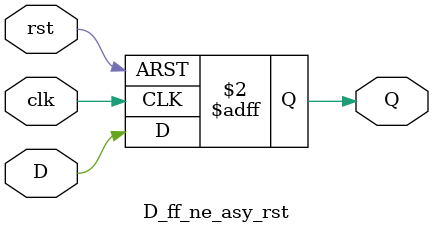
<source format=sv>
module D_ff_ne_asy_rst(Q,D,clk,rst);
  input D,clk,rst;
  output reg Q;
  
  always @(negedge clk or posedge rst)
    begin
      if(rst) Q <= 1'b0;
      else Q <= D;
    end
endmodule

</source>
